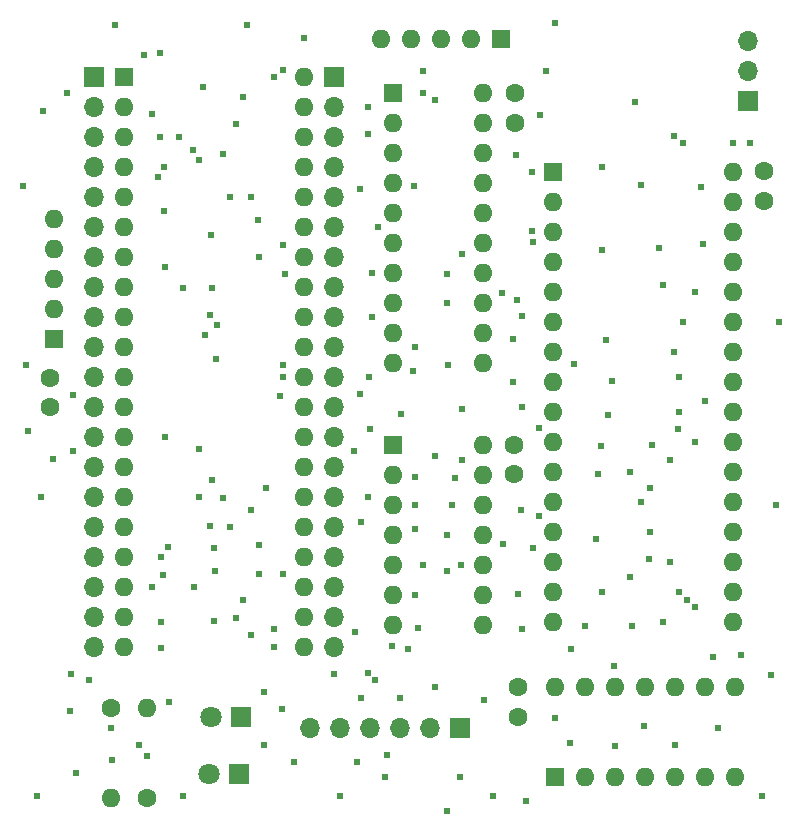
<source format=gbs>
%TF.GenerationSoftware,KiCad,Pcbnew,7.0.7*%
%TF.CreationDate,2024-07-31T13:54:12+09:00*%
%TF.ProjectId,w65c_Rev1.2,77363563-5f52-4657-9631-2e322e6b6963,Rev1.2*%
%TF.SameCoordinates,PX5f6f270PY775a330*%
%TF.FileFunction,Soldermask,Bot*%
%TF.FilePolarity,Negative*%
%FSLAX46Y46*%
G04 Gerber Fmt 4.6, Leading zero omitted, Abs format (unit mm)*
G04 Created by KiCad (PCBNEW 7.0.7) date 2024-07-31 13:54:12*
%MOMM*%
%LPD*%
G01*
G04 APERTURE LIST*
%ADD10R,1.800000X1.800000*%
%ADD11C,1.800000*%
%ADD12R,1.600000X1.600000*%
%ADD13O,1.600000X1.600000*%
%ADD14C,1.600000*%
%ADD15R,1.700000X1.700000*%
%ADD16O,1.700000X1.700000*%
%ADD17C,0.605000*%
G04 APERTURE END LIST*
D10*
X20226000Y8622000D03*
D11*
X17686000Y8622000D03*
D12*
X46845000Y3530000D03*
D13*
X49385000Y3530000D03*
X51925000Y3530000D03*
X54465000Y3530000D03*
X57005000Y3530000D03*
X59545000Y3530000D03*
X62085000Y3530000D03*
X62085000Y11150000D03*
X59545000Y11150000D03*
X57005000Y11150000D03*
X54465000Y11150000D03*
X51925000Y11150000D03*
X49385000Y11150000D03*
X46845000Y11150000D03*
D14*
X9210000Y9400000D03*
D13*
X9210000Y1780000D03*
D14*
X43740000Y11150000D03*
X43740000Y8650000D03*
D10*
X20095000Y3780000D03*
D11*
X17555000Y3780000D03*
D12*
X33150000Y31675000D03*
D13*
X33150000Y29135000D03*
X33150000Y26595000D03*
X33150000Y24055000D03*
X33150000Y21515000D03*
X33150000Y18975000D03*
X33150000Y16435000D03*
X40770000Y16435000D03*
X40770000Y18975000D03*
X40770000Y21515000D03*
X40770000Y24055000D03*
X40770000Y26595000D03*
X40770000Y29135000D03*
X40770000Y31675000D03*
D12*
X4450000Y40620000D03*
D13*
X4450000Y43160000D03*
X4450000Y45700000D03*
X4450000Y48240000D03*
X4450000Y50780000D03*
D14*
X43410000Y31710000D03*
X43410000Y29210000D03*
X64529000Y54840000D03*
X64529000Y52340000D03*
D15*
X63160000Y60830000D03*
D16*
X63160000Y63370000D03*
X63160000Y65910000D03*
D12*
X10331000Y62795000D03*
D13*
X10331000Y60255000D03*
X10331000Y57715000D03*
X10331000Y55175000D03*
X10331000Y52635000D03*
X10331000Y50095000D03*
X10331000Y47555000D03*
X10331000Y45015000D03*
X10331000Y42475000D03*
X10331000Y39935000D03*
X10331000Y37395000D03*
X10331000Y34855000D03*
X10331000Y32315000D03*
X10331000Y29775000D03*
X10331000Y27235000D03*
X10331000Y24695000D03*
X10331000Y22155000D03*
X10331000Y19615000D03*
X10331000Y17075000D03*
X10331000Y14535000D03*
X25571000Y14535000D03*
X25571000Y17075000D03*
X25571000Y19615000D03*
X25571000Y22155000D03*
X25571000Y24695000D03*
X25571000Y27235000D03*
X25571000Y29775000D03*
X25571000Y32315000D03*
X25571000Y34855000D03*
X25571000Y37395000D03*
X25571000Y39935000D03*
X25571000Y42475000D03*
X25571000Y45015000D03*
X25571000Y47555000D03*
X25571000Y50095000D03*
X25571000Y52635000D03*
X25571000Y55175000D03*
X25571000Y57715000D03*
X25571000Y60255000D03*
X25571000Y62795000D03*
D14*
X12320000Y1780000D03*
D13*
X12320000Y9400000D03*
D15*
X38800000Y7740000D03*
D16*
X36260000Y7740000D03*
X33720000Y7740000D03*
X31180000Y7740000D03*
X28640000Y7740000D03*
X26100000Y7740000D03*
D12*
X42310000Y66010000D03*
D13*
X39770000Y66010000D03*
X37230000Y66010000D03*
X34690000Y66010000D03*
X32150000Y66010000D03*
D12*
X46699000Y54790000D03*
D13*
X46699000Y52250000D03*
X46699000Y49710000D03*
X46699000Y47170000D03*
X46699000Y44630000D03*
X46699000Y42090000D03*
X46699000Y39550000D03*
X46699000Y37010000D03*
X46699000Y34470000D03*
X46699000Y31930000D03*
X46699000Y29390000D03*
X46699000Y26850000D03*
X46699000Y24310000D03*
X46699000Y21770000D03*
X46699000Y19230000D03*
X46699000Y16690000D03*
X61939000Y16690000D03*
X61939000Y19230000D03*
X61939000Y21770000D03*
X61939000Y24310000D03*
X61939000Y26850000D03*
X61939000Y29390000D03*
X61939000Y31930000D03*
X61939000Y34470000D03*
X61939000Y37010000D03*
X61939000Y39550000D03*
X61939000Y42090000D03*
X61939000Y44630000D03*
X61939000Y47170000D03*
X61939000Y49710000D03*
X61939000Y52250000D03*
X61939000Y54790000D03*
D12*
X33150000Y61450000D03*
D13*
X33150000Y58910000D03*
X33150000Y56370000D03*
X33150000Y53830000D03*
X33150000Y51290000D03*
X33150000Y48750000D03*
X33150000Y46210000D03*
X33150000Y43670000D03*
X33150000Y41130000D03*
X33150000Y38590000D03*
X40770000Y38590000D03*
X40770000Y41130000D03*
X40770000Y43670000D03*
X40770000Y46210000D03*
X40770000Y48750000D03*
X40770000Y51290000D03*
X40770000Y53830000D03*
X40770000Y56370000D03*
X40770000Y58910000D03*
X40770000Y61450000D03*
D14*
X43420000Y61460000D03*
X43420000Y58960000D03*
X4060000Y37380000D03*
X4060000Y34880000D03*
D15*
X28111000Y62795000D03*
D16*
X28111000Y60255000D03*
X28111000Y57715000D03*
X28111000Y55175000D03*
X28111000Y52635000D03*
X28111000Y50095000D03*
X28111000Y47555000D03*
X28111000Y45015000D03*
X28111000Y42475000D03*
X28111000Y39935000D03*
X28111000Y37395000D03*
X28111000Y34855000D03*
X28111000Y32315000D03*
X28111000Y29775000D03*
X28111000Y27235000D03*
X28111000Y24695000D03*
X28111000Y22155000D03*
X28111000Y19615000D03*
X28111000Y17075000D03*
X28111000Y14535000D03*
D15*
X7791000Y62795000D03*
D16*
X7791000Y60255000D03*
X7791000Y57715000D03*
X7791000Y55175000D03*
X7791000Y52635000D03*
X7791000Y50095000D03*
X7791000Y47555000D03*
X7791000Y45015000D03*
X7791000Y42475000D03*
X7791000Y39935000D03*
X7791000Y37395000D03*
X7791000Y34855000D03*
X7791000Y32315000D03*
X7791000Y29775000D03*
X7791000Y27235000D03*
X7791000Y24695000D03*
X7791000Y22155000D03*
X7791000Y19615000D03*
X7791000Y17075000D03*
X7791000Y14535000D03*
D17*
X15320200Y44979800D03*
X36660000Y11140000D03*
X36650000Y60910002D03*
X51960000Y6220000D03*
X6290000Y3880000D03*
X57010000Y6240000D03*
X28640000Y1930000D03*
X15330000Y1930000D03*
X41630007Y1939997D03*
X61939000Y57260000D03*
X2200000Y32890000D03*
X36650000Y30740000D03*
X37670000Y43680000D03*
X1770000Y53600000D03*
X44370000Y1490000D03*
X49370000Y16310000D03*
X17750000Y49490000D03*
X13510000Y14500000D03*
X33790000Y34290000D03*
X62630000Y13860000D03*
X29885100Y15830245D03*
X14170000Y9900000D03*
X50820000Y48160000D03*
X53330000Y16340000D03*
X50850000Y55170000D03*
X60630000Y7690000D03*
X43710000Y19040000D03*
X13460000Y16680000D03*
X46850000Y8520000D03*
X33010000Y14630000D03*
X38140000Y26550000D03*
X4330000Y30500000D03*
X9310200Y4990000D03*
X65520000Y26600000D03*
X20760000Y67220000D03*
X46830000Y67370000D03*
X17930000Y22910000D03*
X50480000Y29200000D03*
X59350000Y48680000D03*
X34800000Y37900000D03*
X5790000Y9180000D03*
X3530000Y59930000D03*
X23034998Y14534998D03*
X17810000Y44980000D03*
X9630000Y67220000D03*
X34950000Y28970000D03*
X57340000Y34450000D03*
X17630000Y24840000D03*
X34970000Y18950000D03*
X51160000Y40570000D03*
X43940157Y26203029D03*
X50330000Y23750000D03*
X65110000Y12160000D03*
X43610000Y43930000D03*
X57310000Y37410000D03*
X43550000Y56260000D03*
X55660000Y48380000D03*
X37700000Y46130000D03*
X65780000Y42070000D03*
X3010000Y1970000D03*
X21790000Y20790000D03*
X24740000Y4850000D03*
X23710000Y9320000D03*
X17080000Y62020000D03*
X35250000Y16150000D03*
X37790000Y38420000D03*
X34950000Y26550000D03*
X64380000Y1950000D03*
X44010000Y16100000D03*
X54835288Y21997097D03*
X38390000Y28910000D03*
X13690000Y20680000D03*
X54340000Y7840000D03*
X59200000Y53550000D03*
X51300000Y34220000D03*
X55040000Y31650000D03*
X50750000Y31570000D03*
X18000000Y16790000D03*
X18040000Y20980000D03*
X46039996Y63360000D03*
X35680000Y61460000D03*
X32590000Y5390000D03*
X35680000Y21520000D03*
X35680000Y63360000D03*
X12330000Y5350000D03*
X9210000Y7740000D03*
X12020000Y64720000D03*
X60250000Y13730000D03*
X19860000Y17050000D03*
X19860000Y58879998D03*
X45610000Y59640000D03*
X16290000Y19610000D03*
X58030000Y18550000D03*
X58670000Y44630000D03*
X16170000Y56680000D03*
X44970000Y22990000D03*
X13500000Y22160000D03*
X44970000Y48830000D03*
X13190000Y54330000D03*
X19320000Y52699998D03*
X19320000Y24690000D03*
X30350000Y53320000D03*
X59540000Y35390000D03*
X13720000Y51480000D03*
X30344100Y35980000D03*
X13720000Y55170000D03*
X45500600Y33090000D03*
X13790000Y32320000D03*
X13790000Y46770000D03*
X44070000Y34920000D03*
X44080000Y42620000D03*
X6000000Y35910000D03*
X43320000Y40660000D03*
X43320000Y36970000D03*
X6030000Y31130000D03*
X18200000Y41790000D03*
X18170000Y38930000D03*
X17248229Y40961887D03*
X16690000Y27230000D03*
X38960000Y34710000D03*
X38960000Y30421100D03*
X42400000Y23320000D03*
X42380000Y44580000D03*
X17630000Y42680000D03*
X17780000Y28700000D03*
X45510000Y25660000D03*
X2020000Y38480000D03*
X3330000Y27230000D03*
X32460000Y3530000D03*
X7410000Y11739400D03*
X38800000Y3530000D03*
X34990000Y24590000D03*
X31630000Y11740000D03*
X51700000Y37130000D03*
X51830000Y12931100D03*
X21110000Y26150000D03*
X31000000Y27260000D03*
X21110000Y15570006D03*
X21110000Y52650000D03*
X58720000Y17950000D03*
X58720000Y31930000D03*
X20460000Y61160000D03*
X20460000Y18509998D03*
X31020000Y60250000D03*
X12690000Y59710000D03*
X56910000Y57850000D03*
X12690000Y19620000D03*
X56910000Y39550000D03*
X31020000Y58010000D03*
X57680000Y42100000D03*
X14980000Y57740000D03*
X14090000Y23020000D03*
X57680000Y57250000D03*
X54140004Y53700000D03*
X54140000Y26850000D03*
X18750000Y56340000D03*
X18750000Y27220000D03*
X54880000Y28060000D03*
X29810000Y31190002D03*
X54880000Y24310000D03*
X56600000Y21760000D03*
X31870000Y50090000D03*
X31180000Y33000000D03*
X56600002Y30410000D03*
X57300000Y19230000D03*
X57290000Y32990000D03*
X23810000Y48600000D03*
X23570000Y35790000D03*
X55990000Y45210000D03*
X23850000Y37390000D03*
X55970000Y16690000D03*
X23950000Y46150000D03*
X31340000Y46210000D03*
X23770000Y20730000D03*
X50840000Y19250000D03*
X31340000Y42470000D03*
X48490000Y38500000D03*
X48150000Y6440000D03*
X35000000Y39940000D03*
X23830000Y38440000D03*
X33720000Y10230000D03*
X30410000Y10230000D03*
X30440000Y25110000D03*
X31100000Y37390000D03*
X16720000Y31290000D03*
X16710000Y55810000D03*
X21690000Y50740000D03*
X22410000Y28040000D03*
X21790000Y23200000D03*
X21790000Y47550000D03*
X23010000Y16050000D03*
X25570000Y66150000D03*
X23010000Y62800000D03*
X5870000Y12270000D03*
X28110000Y12270000D03*
X5539998Y61470000D03*
X30070000Y4800000D03*
X22240000Y6270000D03*
X11630000Y6270000D03*
X22240000Y10790000D03*
X40800000Y10120000D03*
X23780000Y63420000D03*
X63330000Y57280000D03*
X37710000Y20970000D03*
X37710000Y24048900D03*
X53160000Y29390000D03*
X53160000Y20490000D03*
X53610000Y60720000D03*
X13420000Y64900000D03*
X13420000Y57720000D03*
X39000000Y47820000D03*
X38870000Y21510000D03*
X37670000Y720000D03*
X48170000Y14380000D03*
X34370000Y14380000D03*
X34910000Y53590000D03*
X44900000Y54790000D03*
X44900000Y49800000D03*
X31030000Y12400000D03*
M02*

</source>
